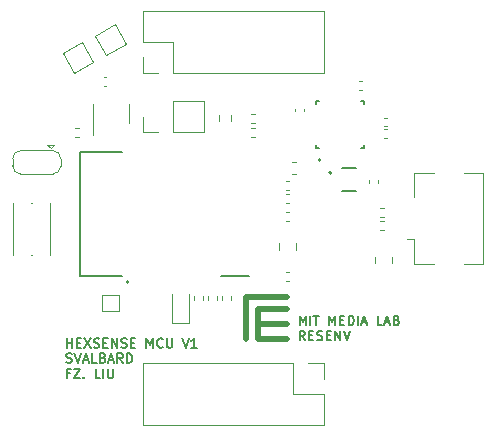
<source format=gbr>
%TF.GenerationSoftware,KiCad,Pcbnew,7.0.5*%
%TF.CreationDate,2023-06-02T12:39:08-04:00*%
%TF.ProjectId,MCU,4d43552e-6b69-4636-9164-5f7063625858,rev?*%
%TF.SameCoordinates,Original*%
%TF.FileFunction,Legend,Top*%
%TF.FilePolarity,Positive*%
%FSLAX46Y46*%
G04 Gerber Fmt 4.6, Leading zero omitted, Abs format (unit mm)*
G04 Created by KiCad (PCBNEW 7.0.5) date 2023-06-02 12:39:08*
%MOMM*%
%LPD*%
G01*
G04 APERTURE LIST*
%ADD10C,0.500000*%
%ADD11C,0.150000*%
%ADD12C,0.120000*%
%ADD13C,0.127000*%
%ADD14C,0.200000*%
G04 APERTURE END LIST*
D10*
X154710000Y-106798621D02*
X151210000Y-106798621D01*
X152210000Y-109048621D02*
X154710000Y-109048621D01*
X152210000Y-107798621D02*
X152210000Y-110298621D01*
X152210000Y-110298621D02*
X154710000Y-110298621D01*
X151210000Y-106798621D02*
X151210000Y-110298621D01*
X154710000Y-107798621D02*
X152210000Y-107798621D01*
D11*
X136049160Y-111072916D02*
X136049160Y-110272916D01*
X136049160Y-110653868D02*
X136506303Y-110653868D01*
X136506303Y-111072916D02*
X136506303Y-110272916D01*
X136887255Y-110653868D02*
X137153921Y-110653868D01*
X137268207Y-111072916D02*
X136887255Y-111072916D01*
X136887255Y-111072916D02*
X136887255Y-110272916D01*
X136887255Y-110272916D02*
X137268207Y-110272916D01*
X137534874Y-110272916D02*
X138068208Y-111072916D01*
X138068208Y-110272916D02*
X137534874Y-111072916D01*
X138334874Y-111034821D02*
X138449160Y-111072916D01*
X138449160Y-111072916D02*
X138639636Y-111072916D01*
X138639636Y-111072916D02*
X138715827Y-111034821D01*
X138715827Y-111034821D02*
X138753922Y-110996725D01*
X138753922Y-110996725D02*
X138792017Y-110920535D01*
X138792017Y-110920535D02*
X138792017Y-110844344D01*
X138792017Y-110844344D02*
X138753922Y-110768154D01*
X138753922Y-110768154D02*
X138715827Y-110730059D01*
X138715827Y-110730059D02*
X138639636Y-110691963D01*
X138639636Y-110691963D02*
X138487255Y-110653868D01*
X138487255Y-110653868D02*
X138411065Y-110615773D01*
X138411065Y-110615773D02*
X138372970Y-110577678D01*
X138372970Y-110577678D02*
X138334874Y-110501487D01*
X138334874Y-110501487D02*
X138334874Y-110425297D01*
X138334874Y-110425297D02*
X138372970Y-110349106D01*
X138372970Y-110349106D02*
X138411065Y-110311011D01*
X138411065Y-110311011D02*
X138487255Y-110272916D01*
X138487255Y-110272916D02*
X138677732Y-110272916D01*
X138677732Y-110272916D02*
X138792017Y-110311011D01*
X139134875Y-110653868D02*
X139401541Y-110653868D01*
X139515827Y-111072916D02*
X139134875Y-111072916D01*
X139134875Y-111072916D02*
X139134875Y-110272916D01*
X139134875Y-110272916D02*
X139515827Y-110272916D01*
X139858685Y-111072916D02*
X139858685Y-110272916D01*
X139858685Y-110272916D02*
X140315828Y-111072916D01*
X140315828Y-111072916D02*
X140315828Y-110272916D01*
X140658684Y-111034821D02*
X140772970Y-111072916D01*
X140772970Y-111072916D02*
X140963446Y-111072916D01*
X140963446Y-111072916D02*
X141039637Y-111034821D01*
X141039637Y-111034821D02*
X141077732Y-110996725D01*
X141077732Y-110996725D02*
X141115827Y-110920535D01*
X141115827Y-110920535D02*
X141115827Y-110844344D01*
X141115827Y-110844344D02*
X141077732Y-110768154D01*
X141077732Y-110768154D02*
X141039637Y-110730059D01*
X141039637Y-110730059D02*
X140963446Y-110691963D01*
X140963446Y-110691963D02*
X140811065Y-110653868D01*
X140811065Y-110653868D02*
X140734875Y-110615773D01*
X140734875Y-110615773D02*
X140696780Y-110577678D01*
X140696780Y-110577678D02*
X140658684Y-110501487D01*
X140658684Y-110501487D02*
X140658684Y-110425297D01*
X140658684Y-110425297D02*
X140696780Y-110349106D01*
X140696780Y-110349106D02*
X140734875Y-110311011D01*
X140734875Y-110311011D02*
X140811065Y-110272916D01*
X140811065Y-110272916D02*
X141001542Y-110272916D01*
X141001542Y-110272916D02*
X141115827Y-110311011D01*
X141458685Y-110653868D02*
X141725351Y-110653868D01*
X141839637Y-111072916D02*
X141458685Y-111072916D01*
X141458685Y-111072916D02*
X141458685Y-110272916D01*
X141458685Y-110272916D02*
X141839637Y-110272916D01*
X142792019Y-111072916D02*
X142792019Y-110272916D01*
X142792019Y-110272916D02*
X143058685Y-110844344D01*
X143058685Y-110844344D02*
X143325352Y-110272916D01*
X143325352Y-110272916D02*
X143325352Y-111072916D01*
X144163448Y-110996725D02*
X144125352Y-111034821D01*
X144125352Y-111034821D02*
X144011067Y-111072916D01*
X144011067Y-111072916D02*
X143934876Y-111072916D01*
X143934876Y-111072916D02*
X143820590Y-111034821D01*
X143820590Y-111034821D02*
X143744400Y-110958630D01*
X143744400Y-110958630D02*
X143706305Y-110882440D01*
X143706305Y-110882440D02*
X143668209Y-110730059D01*
X143668209Y-110730059D02*
X143668209Y-110615773D01*
X143668209Y-110615773D02*
X143706305Y-110463392D01*
X143706305Y-110463392D02*
X143744400Y-110387201D01*
X143744400Y-110387201D02*
X143820590Y-110311011D01*
X143820590Y-110311011D02*
X143934876Y-110272916D01*
X143934876Y-110272916D02*
X144011067Y-110272916D01*
X144011067Y-110272916D02*
X144125352Y-110311011D01*
X144125352Y-110311011D02*
X144163448Y-110349106D01*
X144506305Y-110272916D02*
X144506305Y-110920535D01*
X144506305Y-110920535D02*
X144544400Y-110996725D01*
X144544400Y-110996725D02*
X144582495Y-111034821D01*
X144582495Y-111034821D02*
X144658686Y-111072916D01*
X144658686Y-111072916D02*
X144811067Y-111072916D01*
X144811067Y-111072916D02*
X144887257Y-111034821D01*
X144887257Y-111034821D02*
X144925352Y-110996725D01*
X144925352Y-110996725D02*
X144963448Y-110920535D01*
X144963448Y-110920535D02*
X144963448Y-110272916D01*
X145839638Y-110272916D02*
X146106305Y-111072916D01*
X146106305Y-111072916D02*
X146372971Y-110272916D01*
X147058685Y-111072916D02*
X146601542Y-111072916D01*
X146830114Y-111072916D02*
X146830114Y-110272916D01*
X146830114Y-110272916D02*
X146753923Y-110387201D01*
X146753923Y-110387201D02*
X146677733Y-110463392D01*
X146677733Y-110463392D02*
X146601542Y-110501487D01*
X136011064Y-112322821D02*
X136125350Y-112360916D01*
X136125350Y-112360916D02*
X136315826Y-112360916D01*
X136315826Y-112360916D02*
X136392017Y-112322821D01*
X136392017Y-112322821D02*
X136430112Y-112284725D01*
X136430112Y-112284725D02*
X136468207Y-112208535D01*
X136468207Y-112208535D02*
X136468207Y-112132344D01*
X136468207Y-112132344D02*
X136430112Y-112056154D01*
X136430112Y-112056154D02*
X136392017Y-112018059D01*
X136392017Y-112018059D02*
X136315826Y-111979963D01*
X136315826Y-111979963D02*
X136163445Y-111941868D01*
X136163445Y-111941868D02*
X136087255Y-111903773D01*
X136087255Y-111903773D02*
X136049160Y-111865678D01*
X136049160Y-111865678D02*
X136011064Y-111789487D01*
X136011064Y-111789487D02*
X136011064Y-111713297D01*
X136011064Y-111713297D02*
X136049160Y-111637106D01*
X136049160Y-111637106D02*
X136087255Y-111599011D01*
X136087255Y-111599011D02*
X136163445Y-111560916D01*
X136163445Y-111560916D02*
X136353922Y-111560916D01*
X136353922Y-111560916D02*
X136468207Y-111599011D01*
X136696779Y-111560916D02*
X136963446Y-112360916D01*
X136963446Y-112360916D02*
X137230112Y-111560916D01*
X137458683Y-112132344D02*
X137839636Y-112132344D01*
X137382493Y-112360916D02*
X137649160Y-111560916D01*
X137649160Y-111560916D02*
X137915826Y-112360916D01*
X138563445Y-112360916D02*
X138182493Y-112360916D01*
X138182493Y-112360916D02*
X138182493Y-111560916D01*
X139096778Y-111941868D02*
X139211064Y-111979963D01*
X139211064Y-111979963D02*
X139249159Y-112018059D01*
X139249159Y-112018059D02*
X139287255Y-112094249D01*
X139287255Y-112094249D02*
X139287255Y-112208535D01*
X139287255Y-112208535D02*
X139249159Y-112284725D01*
X139249159Y-112284725D02*
X139211064Y-112322821D01*
X139211064Y-112322821D02*
X139134874Y-112360916D01*
X139134874Y-112360916D02*
X138830112Y-112360916D01*
X138830112Y-112360916D02*
X138830112Y-111560916D01*
X138830112Y-111560916D02*
X139096778Y-111560916D01*
X139096778Y-111560916D02*
X139172969Y-111599011D01*
X139172969Y-111599011D02*
X139211064Y-111637106D01*
X139211064Y-111637106D02*
X139249159Y-111713297D01*
X139249159Y-111713297D02*
X139249159Y-111789487D01*
X139249159Y-111789487D02*
X139211064Y-111865678D01*
X139211064Y-111865678D02*
X139172969Y-111903773D01*
X139172969Y-111903773D02*
X139096778Y-111941868D01*
X139096778Y-111941868D02*
X138830112Y-111941868D01*
X139592016Y-112132344D02*
X139972969Y-112132344D01*
X139515826Y-112360916D02*
X139782493Y-111560916D01*
X139782493Y-111560916D02*
X140049159Y-112360916D01*
X140772969Y-112360916D02*
X140506302Y-111979963D01*
X140315826Y-112360916D02*
X140315826Y-111560916D01*
X140315826Y-111560916D02*
X140620588Y-111560916D01*
X140620588Y-111560916D02*
X140696778Y-111599011D01*
X140696778Y-111599011D02*
X140734873Y-111637106D01*
X140734873Y-111637106D02*
X140772969Y-111713297D01*
X140772969Y-111713297D02*
X140772969Y-111827582D01*
X140772969Y-111827582D02*
X140734873Y-111903773D01*
X140734873Y-111903773D02*
X140696778Y-111941868D01*
X140696778Y-111941868D02*
X140620588Y-111979963D01*
X140620588Y-111979963D02*
X140315826Y-111979963D01*
X141115826Y-112360916D02*
X141115826Y-111560916D01*
X141115826Y-111560916D02*
X141306302Y-111560916D01*
X141306302Y-111560916D02*
X141420588Y-111599011D01*
X141420588Y-111599011D02*
X141496778Y-111675201D01*
X141496778Y-111675201D02*
X141534873Y-111751392D01*
X141534873Y-111751392D02*
X141572969Y-111903773D01*
X141572969Y-111903773D02*
X141572969Y-112018059D01*
X141572969Y-112018059D02*
X141534873Y-112170440D01*
X141534873Y-112170440D02*
X141496778Y-112246630D01*
X141496778Y-112246630D02*
X141420588Y-112322821D01*
X141420588Y-112322821D02*
X141306302Y-112360916D01*
X141306302Y-112360916D02*
X141115826Y-112360916D01*
X136315826Y-113229868D02*
X136049160Y-113229868D01*
X136049160Y-113648916D02*
X136049160Y-112848916D01*
X136049160Y-112848916D02*
X136430112Y-112848916D01*
X136658683Y-112848916D02*
X137192017Y-112848916D01*
X137192017Y-112848916D02*
X136658683Y-113648916D01*
X136658683Y-113648916D02*
X137192017Y-113648916D01*
X137496779Y-113572725D02*
X137534874Y-113610821D01*
X137534874Y-113610821D02*
X137496779Y-113648916D01*
X137496779Y-113648916D02*
X137458683Y-113610821D01*
X137458683Y-113610821D02*
X137496779Y-113572725D01*
X137496779Y-113572725D02*
X137496779Y-113648916D01*
X138868207Y-113648916D02*
X138487255Y-113648916D01*
X138487255Y-113648916D02*
X138487255Y-112848916D01*
X139134874Y-113648916D02*
X139134874Y-112848916D01*
X139515826Y-112848916D02*
X139515826Y-113496535D01*
X139515826Y-113496535D02*
X139553921Y-113572725D01*
X139553921Y-113572725D02*
X139592016Y-113610821D01*
X139592016Y-113610821D02*
X139668207Y-113648916D01*
X139668207Y-113648916D02*
X139820588Y-113648916D01*
X139820588Y-113648916D02*
X139896778Y-113610821D01*
X139896778Y-113610821D02*
X139934873Y-113572725D01*
X139934873Y-113572725D02*
X139972969Y-113496535D01*
X139972969Y-113496535D02*
X139972969Y-112848916D01*
X155749160Y-109166916D02*
X155749160Y-108366916D01*
X155749160Y-108366916D02*
X156015826Y-108938344D01*
X156015826Y-108938344D02*
X156282493Y-108366916D01*
X156282493Y-108366916D02*
X156282493Y-109166916D01*
X156663446Y-109166916D02*
X156663446Y-108366916D01*
X156930112Y-108366916D02*
X157387255Y-108366916D01*
X157158683Y-109166916D02*
X157158683Y-108366916D01*
X158263446Y-109166916D02*
X158263446Y-108366916D01*
X158263446Y-108366916D02*
X158530112Y-108938344D01*
X158530112Y-108938344D02*
X158796779Y-108366916D01*
X158796779Y-108366916D02*
X158796779Y-109166916D01*
X159177732Y-108747868D02*
X159444398Y-108747868D01*
X159558684Y-109166916D02*
X159177732Y-109166916D01*
X159177732Y-109166916D02*
X159177732Y-108366916D01*
X159177732Y-108366916D02*
X159558684Y-108366916D01*
X159901542Y-109166916D02*
X159901542Y-108366916D01*
X159901542Y-108366916D02*
X160092018Y-108366916D01*
X160092018Y-108366916D02*
X160206304Y-108405011D01*
X160206304Y-108405011D02*
X160282494Y-108481201D01*
X160282494Y-108481201D02*
X160320589Y-108557392D01*
X160320589Y-108557392D02*
X160358685Y-108709773D01*
X160358685Y-108709773D02*
X160358685Y-108824059D01*
X160358685Y-108824059D02*
X160320589Y-108976440D01*
X160320589Y-108976440D02*
X160282494Y-109052630D01*
X160282494Y-109052630D02*
X160206304Y-109128821D01*
X160206304Y-109128821D02*
X160092018Y-109166916D01*
X160092018Y-109166916D02*
X159901542Y-109166916D01*
X160701542Y-109166916D02*
X160701542Y-108366916D01*
X161044398Y-108938344D02*
X161425351Y-108938344D01*
X160968208Y-109166916D02*
X161234875Y-108366916D01*
X161234875Y-108366916D02*
X161501541Y-109166916D01*
X162758684Y-109166916D02*
X162377732Y-109166916D01*
X162377732Y-109166916D02*
X162377732Y-108366916D01*
X162987255Y-108938344D02*
X163368208Y-108938344D01*
X162911065Y-109166916D02*
X163177732Y-108366916D01*
X163177732Y-108366916D02*
X163444398Y-109166916D01*
X163977731Y-108747868D02*
X164092017Y-108785963D01*
X164092017Y-108785963D02*
X164130112Y-108824059D01*
X164130112Y-108824059D02*
X164168208Y-108900249D01*
X164168208Y-108900249D02*
X164168208Y-109014535D01*
X164168208Y-109014535D02*
X164130112Y-109090725D01*
X164130112Y-109090725D02*
X164092017Y-109128821D01*
X164092017Y-109128821D02*
X164015827Y-109166916D01*
X164015827Y-109166916D02*
X163711065Y-109166916D01*
X163711065Y-109166916D02*
X163711065Y-108366916D01*
X163711065Y-108366916D02*
X163977731Y-108366916D01*
X163977731Y-108366916D02*
X164053922Y-108405011D01*
X164053922Y-108405011D02*
X164092017Y-108443106D01*
X164092017Y-108443106D02*
X164130112Y-108519297D01*
X164130112Y-108519297D02*
X164130112Y-108595487D01*
X164130112Y-108595487D02*
X164092017Y-108671678D01*
X164092017Y-108671678D02*
X164053922Y-108709773D01*
X164053922Y-108709773D02*
X163977731Y-108747868D01*
X163977731Y-108747868D02*
X163711065Y-108747868D01*
X156206303Y-110454916D02*
X155939636Y-110073963D01*
X155749160Y-110454916D02*
X155749160Y-109654916D01*
X155749160Y-109654916D02*
X156053922Y-109654916D01*
X156053922Y-109654916D02*
X156130112Y-109693011D01*
X156130112Y-109693011D02*
X156168207Y-109731106D01*
X156168207Y-109731106D02*
X156206303Y-109807297D01*
X156206303Y-109807297D02*
X156206303Y-109921582D01*
X156206303Y-109921582D02*
X156168207Y-109997773D01*
X156168207Y-109997773D02*
X156130112Y-110035868D01*
X156130112Y-110035868D02*
X156053922Y-110073963D01*
X156053922Y-110073963D02*
X155749160Y-110073963D01*
X156549160Y-110035868D02*
X156815826Y-110035868D01*
X156930112Y-110454916D02*
X156549160Y-110454916D01*
X156549160Y-110454916D02*
X156549160Y-109654916D01*
X156549160Y-109654916D02*
X156930112Y-109654916D01*
X157234874Y-110416821D02*
X157349160Y-110454916D01*
X157349160Y-110454916D02*
X157539636Y-110454916D01*
X157539636Y-110454916D02*
X157615827Y-110416821D01*
X157615827Y-110416821D02*
X157653922Y-110378725D01*
X157653922Y-110378725D02*
X157692017Y-110302535D01*
X157692017Y-110302535D02*
X157692017Y-110226344D01*
X157692017Y-110226344D02*
X157653922Y-110150154D01*
X157653922Y-110150154D02*
X157615827Y-110112059D01*
X157615827Y-110112059D02*
X157539636Y-110073963D01*
X157539636Y-110073963D02*
X157387255Y-110035868D01*
X157387255Y-110035868D02*
X157311065Y-109997773D01*
X157311065Y-109997773D02*
X157272970Y-109959678D01*
X157272970Y-109959678D02*
X157234874Y-109883487D01*
X157234874Y-109883487D02*
X157234874Y-109807297D01*
X157234874Y-109807297D02*
X157272970Y-109731106D01*
X157272970Y-109731106D02*
X157311065Y-109693011D01*
X157311065Y-109693011D02*
X157387255Y-109654916D01*
X157387255Y-109654916D02*
X157577732Y-109654916D01*
X157577732Y-109654916D02*
X157692017Y-109693011D01*
X158034875Y-110035868D02*
X158301541Y-110035868D01*
X158415827Y-110454916D02*
X158034875Y-110454916D01*
X158034875Y-110454916D02*
X158034875Y-109654916D01*
X158034875Y-109654916D02*
X158415827Y-109654916D01*
X158758685Y-110454916D02*
X158758685Y-109654916D01*
X158758685Y-109654916D02*
X159215828Y-110454916D01*
X159215828Y-110454916D02*
X159215828Y-109654916D01*
X159482494Y-109654916D02*
X159749161Y-110454916D01*
X159749161Y-110454916D02*
X160015827Y-109654916D01*
D12*
%TO.C,J4*%
X142480000Y-92840000D02*
X142480000Y-91510000D01*
X143810000Y-92840000D02*
X142480000Y-92840000D01*
X145080000Y-92840000D02*
X147680000Y-92840000D01*
X145080000Y-92840000D02*
X145080000Y-90180000D01*
X147680000Y-92840000D02*
X147680000Y-90180000D01*
X145080000Y-90180000D02*
X147680000Y-90180000D01*
D13*
%TO.C,U1*%
X157180000Y-94197500D02*
X157180000Y-93936000D01*
X157441500Y-94197500D02*
X157180000Y-94197500D01*
X161180000Y-94197500D02*
X160918500Y-94197500D01*
X161180000Y-93936000D02*
X161180000Y-94197500D01*
X157180000Y-90459000D02*
X157180000Y-90197500D01*
X157180000Y-90197500D02*
X157441500Y-90197500D01*
X160918500Y-90197500D02*
X161180000Y-90197500D01*
X161180000Y-90197500D02*
X161180000Y-90459000D01*
D14*
X157530000Y-95197500D02*
G75*
G03*
X157530000Y-95197500I-100000J0D01*
G01*
D12*
%TO.C,L1*%
X155461267Y-96350000D02*
X155118733Y-96350000D01*
X155461267Y-95330000D02*
X155118733Y-95330000D01*
%TO.C,C5*%
X154835835Y-97710000D02*
X154604165Y-97710000D01*
X154835835Y-96990000D02*
X154604165Y-96990000D01*
%TO.C,C1*%
X161027836Y-89230000D02*
X160812164Y-89230000D01*
X161027836Y-88510000D02*
X160812164Y-88510000D01*
%TO.C,C2*%
X154835835Y-105400000D02*
X154604165Y-105400000D01*
X154835835Y-104680000D02*
X154604165Y-104680000D01*
%TO.C,R11*%
X146780000Y-107006242D02*
X146780000Y-106671000D01*
X147540000Y-107006242D02*
X147540000Y-106671000D01*
%TO.C,R6*%
X162552379Y-100370000D02*
X162887621Y-100370000D01*
X162552379Y-101130000D02*
X162887621Y-101130000D01*
%TO.C,TP3*%
X139060000Y-106578621D02*
X140460000Y-106578621D01*
X139060000Y-107978621D02*
X139060000Y-106578621D01*
X140460000Y-106578621D02*
X140460000Y-107978621D01*
X140460000Y-107978621D02*
X139060000Y-107978621D01*
%TO.C,D1*%
X144935000Y-109013621D02*
X146405000Y-109013621D01*
X146405000Y-109013621D02*
X146405000Y-106553621D01*
X144935000Y-106553621D02*
X144935000Y-109013621D01*
%TO.C,J1*%
X142480000Y-87795599D02*
X142480000Y-86465599D01*
X143810000Y-87795599D02*
X142480000Y-87795599D01*
X145080000Y-87795599D02*
X157840000Y-87795599D01*
X145080000Y-87795599D02*
X145080000Y-85195599D01*
X157840000Y-87795599D02*
X157840000Y-82595599D01*
X142480000Y-85195599D02*
X142480000Y-82595599D01*
X145080000Y-85195599D02*
X142480000Y-85195599D01*
X142480000Y-82595599D02*
X157840000Y-82595599D01*
%TO.C,R2*%
X152017621Y-92040000D02*
X151682379Y-92040000D01*
X152017621Y-91280000D02*
X151682379Y-91280000D01*
%TO.C,C9*%
X163575000Y-103363358D02*
X163575000Y-103885862D01*
X162105000Y-103363358D02*
X162105000Y-103885862D01*
D13*
%TO.C,IC1*%
X159365000Y-95883621D02*
X160565000Y-95883621D01*
X159365000Y-97833621D02*
X160565000Y-97833621D01*
D14*
X158465000Y-96258621D02*
G75*
G03*
X158465000Y-96258621I-100000J0D01*
G01*
D12*
%TO.C,U3*%
X138235000Y-91250000D02*
X138235000Y-93050000D01*
X138235000Y-91250000D02*
X138235000Y-90450000D01*
X141355000Y-91250000D02*
X141355000Y-92050000D01*
X141355000Y-91250000D02*
X141355000Y-90450000D01*
%TO.C,J2*%
X157840000Y-112413621D02*
X157840000Y-113743621D01*
X156510000Y-112413621D02*
X157840000Y-112413621D01*
X155240000Y-112413621D02*
X142480000Y-112413621D01*
X155240000Y-112413621D02*
X155240000Y-115013621D01*
X142480000Y-112413621D02*
X142480000Y-117613621D01*
X157840000Y-115013621D02*
X157840000Y-117613621D01*
X155240000Y-115013621D02*
X157840000Y-115013621D01*
X157840000Y-117613621D02*
X142480000Y-117613621D01*
%TO.C,R4*%
X137053641Y-93210000D02*
X136746359Y-93210000D01*
X137053641Y-92450000D02*
X136746359Y-92450000D01*
%TO.C,Y1*%
X155455000Y-102243748D02*
X155455000Y-102766252D01*
X153985000Y-102243748D02*
X153985000Y-102766252D01*
%TO.C,C3*%
X163137836Y-93310000D02*
X162922164Y-93310000D01*
X163137836Y-92590000D02*
X162922164Y-92590000D01*
%TO.C,C7*%
X163137836Y-92310000D02*
X162922164Y-92310000D01*
X163137836Y-91590000D02*
X162922164Y-91590000D01*
%TO.C,R3*%
X148937500Y-91914724D02*
X148937500Y-91405276D01*
X149982500Y-91914724D02*
X149982500Y-91405276D01*
D13*
%TO.C,U2*%
X137189995Y-104999991D02*
X137189995Y-94499991D01*
X140689995Y-104999991D02*
X137189995Y-104999991D01*
X149139995Y-104999991D02*
X151489995Y-104999991D01*
X137189995Y-94499991D02*
X140689995Y-94499991D01*
D14*
X141289995Y-105499991D02*
G75*
G03*
X141289995Y-105499991I-100000J0D01*
G01*
D12*
%TO.C,C6*%
X154835835Y-98810000D02*
X154604165Y-98810000D01*
X154835835Y-98090000D02*
X154604165Y-98090000D01*
%TO.C,SW1*%
X133090000Y-103248621D02*
X132990000Y-103248621D01*
X134590000Y-103248621D02*
X134590000Y-98848621D01*
X131490000Y-98848621D02*
X131490000Y-103248621D01*
X133090000Y-98848621D02*
X132990000Y-98848621D01*
%TO.C,C10*%
X139192164Y-88160000D02*
X139407836Y-88160000D01*
X139192164Y-88880000D02*
X139407836Y-88880000D01*
%TO.C,JP1*%
X135550000Y-95078621D02*
X135550000Y-95678621D01*
X135000000Y-93878621D02*
X134400000Y-93878621D01*
X134900000Y-96378621D02*
X132100000Y-96378621D01*
X134700000Y-94178621D02*
X135000000Y-93878621D01*
X134700000Y-94178621D02*
X134400000Y-93878621D01*
X132100000Y-94378621D02*
X134900000Y-94378621D01*
X131450000Y-95678621D02*
X131450000Y-95078621D01*
X134850000Y-96378621D02*
G75*
G03*
X135550000Y-95678621I1J699999D01*
G01*
X135550000Y-95078621D02*
G75*
G03*
X134850000Y-94378621I-699999J1D01*
G01*
X131450000Y-95678621D02*
G75*
G03*
X132150000Y-96378621I700000J0D01*
G01*
X132150000Y-94378621D02*
G75*
G03*
X131450000Y-95078621I0J-700000D01*
G01*
%TO.C,TP2*%
X135702276Y-86152276D02*
X137347724Y-85202276D01*
X136652276Y-87797724D02*
X135702276Y-86152276D01*
X137347724Y-85202276D02*
X138297724Y-86847724D01*
X138297724Y-86847724D02*
X136652276Y-87797724D01*
%TO.C,C11*%
X162360000Y-96882164D02*
X162360000Y-97097836D01*
X161640000Y-96882164D02*
X161640000Y-97097836D01*
%TO.C,R5*%
X162552379Y-99250000D02*
X162887621Y-99250000D01*
X162552379Y-100010000D02*
X162887621Y-100010000D01*
%TO.C,C8*%
X156090000Y-90852164D02*
X156090000Y-91067836D01*
X155370000Y-90852164D02*
X155370000Y-91067836D01*
%TO.C,R1*%
X152017621Y-93220000D02*
X151682379Y-93220000D01*
X152017621Y-92460000D02*
X151682379Y-92460000D01*
%TO.C,TP1*%
X138452276Y-84652276D02*
X140097724Y-83702276D01*
X139402276Y-86297724D02*
X138452276Y-84652276D01*
X140097724Y-83702276D02*
X141047724Y-85347724D01*
X141047724Y-85347724D02*
X139402276Y-86297724D01*
%TO.C,C4*%
X154835835Y-100330000D02*
X154604165Y-100330000D01*
X154835835Y-99610000D02*
X154604165Y-99610000D01*
%TO.C,R8*%
X149944000Y-106684879D02*
X149944000Y-107020121D01*
X149184000Y-106684879D02*
X149184000Y-107020121D01*
%TO.C,R7*%
X148740000Y-106684879D02*
X148740000Y-107020121D01*
X147980000Y-106684879D02*
X147980000Y-107020121D01*
%TO.C,J3*%
X165440000Y-103964610D02*
X165440000Y-101904610D01*
X167150000Y-103964610D02*
X165440000Y-103964610D01*
X171260000Y-103964610D02*
X169650000Y-103964610D01*
X171260000Y-103964610D02*
X171260000Y-96244610D01*
X165440000Y-101904610D02*
X164850000Y-101904610D01*
X165440000Y-96244610D02*
X165440000Y-98304610D01*
X167150000Y-96244610D02*
X165440000Y-96244610D01*
X171260000Y-96244610D02*
X169650000Y-96244610D01*
%TD*%
M02*

</source>
